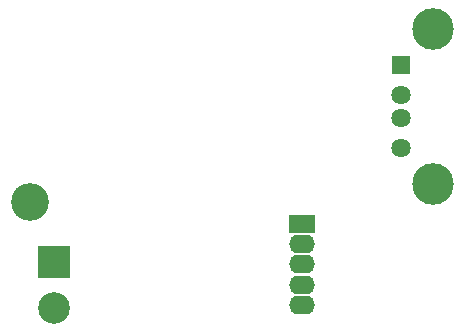
<source format=gbs>
G04*
G04 #@! TF.GenerationSoftware,Altium Limited,Altium Designer,18.0.9 (584)*
G04*
G04 Layer_Color=16711935*
%FSLAX25Y25*%
%MOIN*%
G70*
G01*
G75*
%ADD27R,0.10544X0.10544*%
%ADD28C,0.10544*%
%ADD29R,0.08674X0.06312*%
%ADD30O,0.08674X0.06312*%
%ADD31R,0.06422X0.06422*%
%ADD32C,0.06422*%
%ADD33C,0.13855*%
%ADD34C,0.12611*%
D27*
X18701Y26496D02*
D03*
D28*
Y10905D02*
D03*
D29*
X101500Y38886D02*
D03*
D30*
Y32193D02*
D03*
Y25500D02*
D03*
Y18807D02*
D03*
Y12114D02*
D03*
D31*
X134488Y91929D02*
D03*
D32*
Y82087D02*
D03*
Y74213D02*
D03*
Y64370D02*
D03*
D33*
X145158Y104016D02*
D03*
Y52284D02*
D03*
D34*
X10827Y46260D02*
D03*
M02*

</source>
